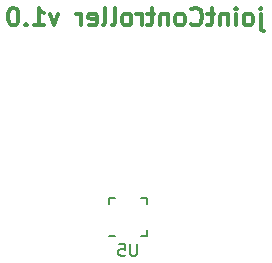
<source format=gbr>
G04 #@! TF.GenerationSoftware,KiCad,Pcbnew,(5.0.2)-1*
G04 #@! TF.CreationDate,2020-02-27T04:06:31+08:00*
G04 #@! TF.ProjectId,jointController,6a6f696e-7443-46f6-9e74-726f6c6c6572,rev?*
G04 #@! TF.SameCoordinates,Original*
G04 #@! TF.FileFunction,Legend,Bot*
G04 #@! TF.FilePolarity,Positive*
%FSLAX46Y46*%
G04 Gerber Fmt 4.6, Leading zero omitted, Abs format (unit mm)*
G04 Created by KiCad (PCBNEW (5.0.2)-1) date 2/27/2020 4:06:31 AM*
%MOMM*%
%LPD*%
G01*
G04 APERTURE LIST*
%ADD10C,0.300000*%
%ADD11C,0.150000*%
G04 APERTURE END LIST*
D10*
X159867857Y-80069571D02*
X159867857Y-81355285D01*
X159939285Y-81498142D01*
X160082142Y-81569571D01*
X160153571Y-81569571D01*
X159867857Y-79569571D02*
X159939285Y-79641000D01*
X159867857Y-79712428D01*
X159796428Y-79641000D01*
X159867857Y-79569571D01*
X159867857Y-79712428D01*
X158939285Y-81069571D02*
X159082142Y-80998142D01*
X159153571Y-80926714D01*
X159225000Y-80783857D01*
X159225000Y-80355285D01*
X159153571Y-80212428D01*
X159082142Y-80141000D01*
X158939285Y-80069571D01*
X158725000Y-80069571D01*
X158582142Y-80141000D01*
X158510714Y-80212428D01*
X158439285Y-80355285D01*
X158439285Y-80783857D01*
X158510714Y-80926714D01*
X158582142Y-80998142D01*
X158725000Y-81069571D01*
X158939285Y-81069571D01*
X157796428Y-81069571D02*
X157796428Y-80069571D01*
X157796428Y-79569571D02*
X157867857Y-79641000D01*
X157796428Y-79712428D01*
X157725000Y-79641000D01*
X157796428Y-79569571D01*
X157796428Y-79712428D01*
X157082142Y-80069571D02*
X157082142Y-81069571D01*
X157082142Y-80212428D02*
X157010714Y-80141000D01*
X156867857Y-80069571D01*
X156653571Y-80069571D01*
X156510714Y-80141000D01*
X156439285Y-80283857D01*
X156439285Y-81069571D01*
X155939285Y-80069571D02*
X155367857Y-80069571D01*
X155725000Y-79569571D02*
X155725000Y-80855285D01*
X155653571Y-80998142D01*
X155510714Y-81069571D01*
X155367857Y-81069571D01*
X154010714Y-80926714D02*
X154082142Y-80998142D01*
X154296428Y-81069571D01*
X154439285Y-81069571D01*
X154653571Y-80998142D01*
X154796428Y-80855285D01*
X154867857Y-80712428D01*
X154939285Y-80426714D01*
X154939285Y-80212428D01*
X154867857Y-79926714D01*
X154796428Y-79783857D01*
X154653571Y-79641000D01*
X154439285Y-79569571D01*
X154296428Y-79569571D01*
X154082142Y-79641000D01*
X154010714Y-79712428D01*
X153153571Y-81069571D02*
X153296428Y-80998142D01*
X153367857Y-80926714D01*
X153439285Y-80783857D01*
X153439285Y-80355285D01*
X153367857Y-80212428D01*
X153296428Y-80141000D01*
X153153571Y-80069571D01*
X152939285Y-80069571D01*
X152796428Y-80141000D01*
X152725000Y-80212428D01*
X152653571Y-80355285D01*
X152653571Y-80783857D01*
X152725000Y-80926714D01*
X152796428Y-80998142D01*
X152939285Y-81069571D01*
X153153571Y-81069571D01*
X152010714Y-80069571D02*
X152010714Y-81069571D01*
X152010714Y-80212428D02*
X151939285Y-80141000D01*
X151796428Y-80069571D01*
X151582142Y-80069571D01*
X151439285Y-80141000D01*
X151367857Y-80283857D01*
X151367857Y-81069571D01*
X150867857Y-80069571D02*
X150296428Y-80069571D01*
X150653571Y-79569571D02*
X150653571Y-80855285D01*
X150582142Y-80998142D01*
X150439285Y-81069571D01*
X150296428Y-81069571D01*
X149796428Y-81069571D02*
X149796428Y-80069571D01*
X149796428Y-80355285D02*
X149725000Y-80212428D01*
X149653571Y-80141000D01*
X149510714Y-80069571D01*
X149367857Y-80069571D01*
X148653571Y-81069571D02*
X148796428Y-80998142D01*
X148867857Y-80926714D01*
X148939285Y-80783857D01*
X148939285Y-80355285D01*
X148867857Y-80212428D01*
X148796428Y-80141000D01*
X148653571Y-80069571D01*
X148439285Y-80069571D01*
X148296428Y-80141000D01*
X148225000Y-80212428D01*
X148153571Y-80355285D01*
X148153571Y-80783857D01*
X148225000Y-80926714D01*
X148296428Y-80998142D01*
X148439285Y-81069571D01*
X148653571Y-81069571D01*
X147296428Y-81069571D02*
X147439285Y-80998142D01*
X147510714Y-80855285D01*
X147510714Y-79569571D01*
X146510714Y-81069571D02*
X146653571Y-80998142D01*
X146725000Y-80855285D01*
X146725000Y-79569571D01*
X145367857Y-80998142D02*
X145510714Y-81069571D01*
X145796428Y-81069571D01*
X145939285Y-80998142D01*
X146010714Y-80855285D01*
X146010714Y-80283857D01*
X145939285Y-80141000D01*
X145796428Y-80069571D01*
X145510714Y-80069571D01*
X145367857Y-80141000D01*
X145296428Y-80283857D01*
X145296428Y-80426714D01*
X146010714Y-80569571D01*
X144653571Y-81069571D02*
X144653571Y-80069571D01*
X144653571Y-80355285D02*
X144582142Y-80212428D01*
X144510714Y-80141000D01*
X144367857Y-80069571D01*
X144225000Y-80069571D01*
X142725000Y-80069571D02*
X142367857Y-81069571D01*
X142010714Y-80069571D01*
X140653571Y-81069571D02*
X141510714Y-81069571D01*
X141082142Y-81069571D02*
X141082142Y-79569571D01*
X141225000Y-79783857D01*
X141367857Y-79926714D01*
X141510714Y-79998142D01*
X140010714Y-80926714D02*
X139939285Y-80998142D01*
X140010714Y-81069571D01*
X140082142Y-80998142D01*
X140010714Y-80926714D01*
X140010714Y-81069571D01*
X139010714Y-79569571D02*
X138867857Y-79569571D01*
X138725000Y-79641000D01*
X138653571Y-79712428D01*
X138582142Y-79855285D01*
X138510714Y-80141000D01*
X138510714Y-80498142D01*
X138582142Y-80783857D01*
X138653571Y-80926714D01*
X138725000Y-80998142D01*
X138867857Y-81069571D01*
X139010714Y-81069571D01*
X139153571Y-80998142D01*
X139225000Y-80926714D01*
X139296428Y-80783857D01*
X139367857Y-80498142D01*
X139367857Y-80141000D01*
X139296428Y-79855285D01*
X139225000Y-79712428D01*
X139153571Y-79641000D01*
X139010714Y-79569571D01*
D11*
G04 #@! TO.C,U5*
X150273893Y-98900054D02*
X149773893Y-98900054D01*
X150273893Y-95650054D02*
X149773893Y-95650054D01*
X147023893Y-95650054D02*
X147523893Y-95650054D01*
X147023893Y-98900054D02*
X147523893Y-98900054D01*
X150273893Y-95650054D02*
X150273893Y-96150054D01*
X147023893Y-95650054D02*
X147023893Y-96150054D01*
X150273893Y-98900054D02*
X150273893Y-98400054D01*
X149410797Y-99577434D02*
X149410797Y-100386958D01*
X149363178Y-100482196D01*
X149315559Y-100529815D01*
X149220321Y-100577434D01*
X149029845Y-100577434D01*
X148934607Y-100529815D01*
X148886988Y-100482196D01*
X148839369Y-100386958D01*
X148839369Y-99577434D01*
X147886988Y-99577434D02*
X148363178Y-99577434D01*
X148410797Y-100053625D01*
X148363178Y-100006006D01*
X148267940Y-99958387D01*
X148029845Y-99958387D01*
X147934607Y-100006006D01*
X147886988Y-100053625D01*
X147839369Y-100148863D01*
X147839369Y-100386958D01*
X147886988Y-100482196D01*
X147934607Y-100529815D01*
X148029845Y-100577434D01*
X148267940Y-100577434D01*
X148363178Y-100529815D01*
X148410797Y-100482196D01*
G04 #@! TD*
M02*

</source>
